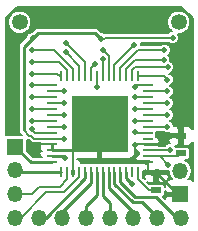
<source format=gbr>
G04 #@! TF.FileFunction,Copper,L1,Top,Signal*
%FSLAX46Y46*%
G04 Gerber Fmt 4.6, Leading zero omitted, Abs format (unit mm)*
G04 Created by KiCad (PCBNEW 4.0.7) date 05/28/18 09:58:20*
%MOMM*%
%LPD*%
G01*
G04 APERTURE LIST*
%ADD10C,0.100000*%
%ADD11C,1.350000*%
%ADD12O,1.350000X1.350000*%
%ADD13R,1.350000X1.350000*%
%ADD14R,0.899160X0.248920*%
%ADD15R,0.248920X0.899160*%
%ADD16R,4.798060X4.798060*%
%ADD17R,0.900000X0.500000*%
%ADD18C,0.500000*%
%ADD19C,0.254000*%
%ADD20C,0.203200*%
%ADD21C,0.202000*%
G04 APERTURE END LIST*
D10*
D11*
X155194000Y-96393000D03*
D12*
X145344400Y-112935000D03*
X141344400Y-112935000D03*
X143344400Y-112935000D03*
X147344400Y-112935000D03*
X149344400Y-112935000D03*
X151344400Y-112935000D03*
X153344400Y-112935000D03*
X155344400Y-112935000D03*
D13*
X155321000Y-110972600D03*
D12*
X155321000Y-108972600D03*
D13*
X141351000Y-106934000D03*
D12*
X141351000Y-108934000D03*
X141351000Y-110934000D03*
D14*
X144452340Y-101754940D03*
X144452340Y-102255320D03*
X144452340Y-102755700D03*
X144452340Y-103256080D03*
X144452340Y-103753920D03*
X144452340Y-104254300D03*
X144452340Y-104754680D03*
X144452340Y-105252520D03*
X144452340Y-105752900D03*
X144452340Y-106253280D03*
X144452340Y-106751120D03*
X144452340Y-107251500D03*
X144452340Y-107751880D03*
X144452340Y-108252260D03*
D15*
X145252440Y-109052360D03*
X145752820Y-109052360D03*
X146253200Y-109052360D03*
X146753580Y-109052360D03*
X147251420Y-109052360D03*
X147751800Y-109052360D03*
X148252180Y-109052360D03*
X148750020Y-109052360D03*
X149250400Y-109052360D03*
X149750780Y-109052360D03*
X150248620Y-109052360D03*
X150749000Y-109052360D03*
X151249380Y-109052360D03*
X151749760Y-109052360D03*
D14*
X152549860Y-108252260D03*
X152549860Y-107751880D03*
X152549860Y-107251500D03*
X152549860Y-106751120D03*
X152549860Y-106253280D03*
X152549860Y-105752900D03*
X152549860Y-105252520D03*
X152549860Y-104754680D03*
X152549860Y-104254300D03*
X152549860Y-103753920D03*
X152549860Y-103256080D03*
X152549860Y-102755700D03*
X152549860Y-102255320D03*
X152549860Y-101754940D03*
D15*
X151749760Y-100954840D03*
X151249380Y-100954840D03*
X150749000Y-100954840D03*
X150248620Y-100954840D03*
X149750780Y-100954840D03*
X149250400Y-100954840D03*
X148750020Y-100954840D03*
X148252180Y-100954840D03*
X147751800Y-100954840D03*
X147251420Y-100954840D03*
X146753580Y-100954840D03*
X146253200Y-100954840D03*
X145752820Y-100954840D03*
X145252440Y-100954840D03*
D16*
X148501100Y-105003600D03*
D17*
X153289000Y-110630400D03*
X153289000Y-109130400D03*
X155371800Y-106006200D03*
X155371800Y-107506200D03*
D11*
X141732000Y-96393000D03*
D18*
X145542000Y-107873800D03*
X154457400Y-107213400D03*
X151257000Y-110109000D03*
X154940000Y-104775000D03*
X148539200Y-107950000D03*
X151485600Y-106832400D03*
X142748000Y-106756200D03*
X154686000Y-97726500D03*
X142849600Y-97739200D03*
X148590000Y-97790000D03*
X145516600Y-106248200D03*
X142773400Y-105460800D03*
X145516600Y-105257600D03*
X142748000Y-104749600D03*
X145491200Y-104241600D03*
X142748000Y-103759000D03*
X145491200Y-103276400D03*
X142748000Y-102768400D03*
X145516600Y-102260400D03*
X142748000Y-101752400D03*
X142748000Y-100761800D03*
X142748000Y-99771200D03*
X142748000Y-98729800D03*
X145643600Y-98958400D03*
X145643600Y-98171000D03*
X148132800Y-99898200D03*
X148259800Y-101904800D03*
X148742400Y-99491800D03*
X148742400Y-98729800D03*
X151434800Y-98298000D03*
X153974800Y-98755200D03*
X153924000Y-99568000D03*
X154254200Y-100203000D03*
X154228800Y-101269800D03*
X151511000Y-101854000D03*
X154228800Y-102260400D03*
X151511000Y-102768400D03*
X154228800Y-103251000D03*
X151511000Y-103759000D03*
X154228800Y-104241600D03*
X151511000Y-104749600D03*
X154228800Y-105257600D03*
X151511000Y-105664000D03*
X154305000Y-108458000D03*
D19*
X144452340Y-107751880D02*
X145420080Y-107751880D01*
D20*
X145420080Y-107751880D02*
X145542000Y-107873800D01*
X152549860Y-107251500D02*
X154419300Y-107251500D01*
X154419300Y-107251500D02*
X154457400Y-107213400D01*
D19*
X150749000Y-109052360D02*
X150749000Y-109601000D01*
X150749000Y-109601000D02*
X151257000Y-110109000D01*
X154940000Y-104775000D02*
X155371800Y-106006200D01*
D20*
X146253200Y-109052360D02*
X146253200Y-107251500D01*
X146253200Y-107251500D02*
X148501100Y-105003600D01*
D19*
X144452340Y-107251500D02*
X146253200Y-107251500D01*
D20*
X146253200Y-107251500D02*
X148501100Y-105003600D01*
X152549860Y-108252260D02*
X151787860Y-108252260D01*
X151485600Y-107950000D02*
X151485600Y-106832400D01*
X151787860Y-108252260D02*
X151485600Y-107950000D01*
D19*
X152549860Y-106751120D02*
X153802080Y-106751120D01*
X154547000Y-106006200D02*
X155371800Y-106006200D01*
X153802080Y-106751120D02*
X154547000Y-106006200D01*
X148501100Y-107911900D02*
X148501100Y-105003600D01*
D20*
X148539200Y-107950000D02*
X148501100Y-107911900D01*
X152549860Y-108252260D02*
X152549860Y-108938060D01*
X152742200Y-109130400D02*
X153289000Y-109130400D01*
X152549860Y-108938060D02*
X152742200Y-109130400D01*
X155321000Y-110972600D02*
X155131200Y-110972600D01*
D19*
X155131200Y-110972600D02*
X153289000Y-109130400D01*
D20*
X151566880Y-106751120D02*
X152549860Y-106751120D01*
X151485600Y-106832400D02*
X151566880Y-106751120D01*
X152529540Y-106730800D02*
X152549860Y-106751120D01*
X142753080Y-106751120D02*
X144452340Y-106751120D01*
X142748000Y-106756200D02*
X142753080Y-106751120D01*
X150248620Y-106751120D02*
X148501100Y-105003600D01*
X146253200Y-107251500D02*
X148501100Y-105003600D01*
X146753580Y-106751120D02*
X148501100Y-105003600D01*
D19*
X144452340Y-107251500D02*
X144452340Y-106751120D01*
D20*
X151749760Y-109052360D02*
X151749760Y-109712760D01*
X152667400Y-110630400D02*
X153289000Y-110630400D01*
X151749760Y-109712760D02*
X152667400Y-110630400D01*
X148907500Y-97790000D02*
X148590000Y-97790000D01*
X148971000Y-97726500D02*
X148907500Y-97790000D01*
X154686000Y-97726500D02*
X148971000Y-97726500D01*
X144452340Y-106253280D02*
X142956280Y-106253280D01*
D19*
X142087600Y-98501200D02*
X142849600Y-97739200D01*
X142087600Y-105562400D02*
X142087600Y-98501200D01*
D20*
X142519400Y-105994200D02*
X142087600Y-105562400D01*
X142697200Y-105994200D02*
X142519400Y-105994200D01*
X142956280Y-106253280D02*
X142697200Y-105994200D01*
D19*
X142849600Y-97739200D02*
X143306800Y-97282000D01*
X143306800Y-97282000D02*
X148082000Y-97282000D01*
X148082000Y-97282000D02*
X148590000Y-97790000D01*
D20*
X145511520Y-106253280D02*
X144452340Y-106253280D01*
X145516600Y-106248200D02*
X145511520Y-106253280D01*
X144452340Y-105752900D02*
X143065500Y-105752900D01*
X143065500Y-105752900D02*
X142773400Y-105460800D01*
X144452340Y-105252520D02*
X145511520Y-105252520D01*
X145511520Y-105252520D02*
X145516600Y-105257600D01*
X142753080Y-104754680D02*
X144452340Y-104754680D01*
X142748000Y-104749600D02*
X142753080Y-104754680D01*
X144452340Y-104254300D02*
X145478500Y-104254300D01*
X145478500Y-104254300D02*
X145491200Y-104241600D01*
X144439640Y-104267000D02*
X144452340Y-104254300D01*
X144452340Y-103753920D02*
X142753080Y-103753920D01*
X142753080Y-103753920D02*
X142748000Y-103759000D01*
X144421860Y-103784400D02*
X144452340Y-103753920D01*
X144452340Y-103256080D02*
X145470880Y-103256080D01*
X145470880Y-103256080D02*
X145491200Y-103276400D01*
X144432020Y-103276400D02*
X144452340Y-103256080D01*
X144452340Y-102755700D02*
X142760700Y-102755700D01*
X142760700Y-102755700D02*
X142748000Y-102768400D01*
X144439640Y-102768400D02*
X144452340Y-102755700D01*
X144452340Y-102255320D02*
X145511520Y-102255320D01*
X145511520Y-102255320D02*
X145516600Y-102260400D01*
X144447260Y-102260400D02*
X144452340Y-102255320D01*
X144447260Y-102260400D02*
X144452340Y-102255320D01*
X144452340Y-101754940D02*
X142750540Y-101754940D01*
X142750540Y-101754940D02*
X142748000Y-101752400D01*
X145100040Y-100954840D02*
X145252440Y-100954840D01*
X144907000Y-100761800D02*
X145100040Y-100954840D01*
X142748000Y-100761800D02*
X144907000Y-100761800D01*
X145752820Y-100954840D02*
X145752820Y-100439220D01*
X145084800Y-99771200D02*
X142748000Y-99771200D01*
X145752820Y-100439220D02*
X145084800Y-99771200D01*
X146253200Y-100954840D02*
X146253200Y-100355400D01*
X144627600Y-98729800D02*
X142748000Y-98729800D01*
X146253200Y-100355400D02*
X144627600Y-98729800D01*
X146753580Y-100954840D02*
X146753580Y-100068380D01*
X146753580Y-100068380D02*
X145643600Y-98958400D01*
X147251420Y-100954840D02*
X147251420Y-99778820D01*
X147251420Y-99778820D02*
X145643600Y-98171000D01*
X147777200Y-100253800D02*
X147777200Y-100929440D01*
X148132800Y-99898200D02*
X147777200Y-100253800D01*
X147777200Y-100929440D02*
X147751800Y-100954840D01*
X148252180Y-100954840D02*
X148252180Y-101897180D01*
X148252180Y-101897180D02*
X148259800Y-101904800D01*
X148750020Y-100954840D02*
X148750020Y-99499420D01*
X148750020Y-99499420D02*
X148742400Y-99491800D01*
X149250400Y-100954840D02*
X149250400Y-99771200D01*
X149301200Y-99288600D02*
X148742400Y-98729800D01*
X149301200Y-99720400D02*
X149301200Y-99288600D01*
X149250400Y-99771200D02*
X149301200Y-99720400D01*
X149750780Y-100954840D02*
X149750780Y-99982020D01*
X149750780Y-99982020D02*
X151434800Y-98298000D01*
X150248620Y-100954840D02*
X150248620Y-100246180D01*
X151739600Y-98755200D02*
X153974800Y-98755200D01*
X150248620Y-100246180D02*
X151739600Y-98755200D01*
X150749000Y-100954840D02*
X150749000Y-100330000D01*
X151511000Y-99568000D02*
X153924000Y-99568000D01*
X150749000Y-100330000D02*
X151511000Y-99568000D01*
X151249380Y-100954840D02*
X151249380Y-100439220D01*
X151485600Y-100203000D02*
X154254200Y-100203000D01*
X151249380Y-100439220D02*
X151485600Y-100203000D01*
X153913840Y-100954840D02*
X151749760Y-100954840D01*
X154228800Y-101269800D02*
X153913840Y-100954840D01*
X152549860Y-101754940D02*
X151610060Y-101754940D01*
X151610060Y-101754940D02*
X151511000Y-101854000D01*
X152549860Y-102255320D02*
X154223720Y-102255320D01*
X154223720Y-102255320D02*
X154228800Y-102260400D01*
X152549860Y-102755700D02*
X151523700Y-102755700D01*
X151523700Y-102755700D02*
X151511000Y-102768400D01*
X152549860Y-103256080D02*
X154223720Y-103256080D01*
X154223720Y-103256080D02*
X154228800Y-103251000D01*
X152549860Y-103753920D02*
X151516080Y-103753920D01*
X151516080Y-103753920D02*
X151511000Y-103759000D01*
X152549860Y-104254300D02*
X154216100Y-104254300D01*
X154216100Y-104254300D02*
X154228800Y-104241600D01*
X152549860Y-104754680D02*
X151516080Y-104754680D01*
X151516080Y-104754680D02*
X151511000Y-104749600D01*
X152549860Y-105252520D02*
X154223720Y-105252520D01*
X154223720Y-105252520D02*
X154228800Y-105257600D01*
X151599900Y-105752900D02*
X152549860Y-105752900D01*
X151511000Y-105664000D02*
X151599900Y-105752900D01*
X152511760Y-105791000D02*
X152549860Y-105752900D01*
D19*
X144452340Y-108252260D02*
X142669260Y-108252260D01*
X142669260Y-108252260D02*
X141351000Y-106934000D01*
X145252440Y-109052360D02*
X141469360Y-109052360D01*
D20*
X141469360Y-109052360D02*
X141351000Y-108934000D01*
X141351000Y-110934000D02*
X142735800Y-110934000D01*
X145752820Y-109694980D02*
X145752820Y-109052360D01*
X145135600Y-110312200D02*
X145752820Y-109694980D01*
X143357600Y-110312200D02*
X145135600Y-110312200D01*
X142735800Y-110934000D02*
X143357600Y-110312200D01*
X141827000Y-112935000D02*
X143992600Y-110769400D01*
X146753580Y-109527002D02*
X146753580Y-109052360D01*
X145511182Y-110769400D02*
X146753580Y-109527002D01*
X143992600Y-110769400D02*
X145511182Y-110769400D01*
X141344400Y-112935000D02*
X141827000Y-112935000D01*
D19*
X147251420Y-109606080D02*
X147251420Y-109052360D01*
X143922500Y-112935000D02*
X147251420Y-109606080D01*
X143344400Y-112935000D02*
X143922500Y-112935000D01*
D20*
X143344400Y-112935000D02*
X143884400Y-112935000D01*
X145344400Y-112935000D02*
X145344400Y-112440200D01*
D19*
X145344400Y-112440200D02*
X147751800Y-110032800D01*
X147751800Y-110032800D02*
X147751800Y-109052360D01*
X147344400Y-112935000D02*
X147344400Y-111938800D01*
X148252180Y-111031020D02*
X148252180Y-109052360D01*
X147344400Y-111938800D02*
X148252180Y-111031020D01*
X149344400Y-112935000D02*
X149344400Y-111727000D01*
X148750020Y-111132620D02*
X148750020Y-109052360D01*
X149344400Y-111727000D02*
X148750020Y-111132620D01*
D20*
X151344400Y-112935000D02*
X151344400Y-112507800D01*
D19*
X151344400Y-112507800D02*
X149250400Y-110413800D01*
X149250400Y-110413800D02*
X149250400Y-109052360D01*
D20*
X153344400Y-112935000D02*
X153344400Y-112882200D01*
D19*
X153344400Y-112882200D02*
X152120600Y-111658400D01*
X152120600Y-111658400D02*
X151333200Y-111658400D01*
X151333200Y-111658400D02*
X149750780Y-110075980D01*
X149750780Y-110075980D02*
X149750780Y-109052360D01*
X155344400Y-112935000D02*
X155035500Y-112935000D01*
X155035500Y-112935000D02*
X153289000Y-111188500D01*
X150248620Y-109926120D02*
X150248620Y-109052360D01*
X151511000Y-111188500D02*
X150248620Y-109926120D01*
X153289000Y-111188500D02*
X151511000Y-111188500D01*
D20*
X155344400Y-112935000D02*
X155099000Y-112935000D01*
X154305000Y-108458000D02*
X153598880Y-107751880D01*
X153598880Y-107751880D02*
X153543000Y-107696000D01*
X153543000Y-107696000D02*
X153543000Y-107751880D01*
X152549860Y-107751880D02*
X153543000Y-107751880D01*
X153543000Y-107751880D02*
X155126120Y-107751880D01*
X155126120Y-107751880D02*
X155371800Y-107506200D01*
D21*
G36*
X154189250Y-110819600D02*
X155168000Y-110819600D01*
X155168000Y-110799600D01*
X155474000Y-110799600D01*
X155474000Y-110819600D01*
X155494000Y-110819600D01*
X155494000Y-111125600D01*
X155474000Y-111125600D01*
X155474000Y-111145600D01*
X155168000Y-111145600D01*
X155168000Y-111125600D01*
X154189250Y-111125600D01*
X154037000Y-111277850D01*
X154037000Y-111328388D01*
X153866822Y-111158210D01*
X153954412Y-111101848D01*
X154023596Y-111000593D01*
X154047936Y-110880400D01*
X154047936Y-110678286D01*
X154189250Y-110819600D01*
X154189250Y-110819600D01*
G37*
X154189250Y-110819600D02*
X155168000Y-110819600D01*
X155168000Y-110799600D01*
X155474000Y-110799600D01*
X155474000Y-110819600D01*
X155494000Y-110819600D01*
X155494000Y-111125600D01*
X155474000Y-111125600D01*
X155474000Y-111145600D01*
X155168000Y-111145600D01*
X155168000Y-111125600D01*
X154189250Y-111125600D01*
X154037000Y-111277850D01*
X154037000Y-111328388D01*
X153866822Y-111158210D01*
X153954412Y-111101848D01*
X154023596Y-111000593D01*
X154047936Y-110880400D01*
X154047936Y-110678286D01*
X154189250Y-110819600D01*
G36*
X153442000Y-109005400D02*
X154181264Y-109005400D01*
X154194519Y-109010904D01*
X154331483Y-109011024D01*
X154398286Y-109346864D01*
X154610290Y-109664150D01*
X154646882Y-109688600D01*
X154524862Y-109688600D01*
X154301029Y-109781315D01*
X154129714Y-109952629D01*
X154037000Y-110176463D01*
X154037000Y-110322281D01*
X154026808Y-110268115D01*
X153960448Y-110164988D01*
X153859193Y-110095804D01*
X153739000Y-110071464D01*
X152839000Y-110071464D01*
X152726715Y-110092592D01*
X152711544Y-110102354D01*
X152514253Y-109905063D01*
X152717863Y-109989400D01*
X152983750Y-109989400D01*
X153136000Y-109837150D01*
X153136000Y-109255400D01*
X153442000Y-109255400D01*
X153442000Y-109837150D01*
X153594250Y-109989400D01*
X153860137Y-109989400D01*
X154083971Y-109896686D01*
X154255285Y-109725371D01*
X154348000Y-109501538D01*
X154348000Y-109407650D01*
X154195750Y-109255400D01*
X153442000Y-109255400D01*
X153136000Y-109255400D01*
X152382250Y-109255400D01*
X152230000Y-109407650D01*
X152230000Y-109501538D01*
X152314339Y-109705149D01*
X152171027Y-109561837D01*
X152183156Y-109501940D01*
X152183156Y-108985720D01*
X152244610Y-108985720D01*
X152303590Y-108926740D01*
X152382250Y-109005400D01*
X153136000Y-109005400D01*
X153136000Y-108979332D01*
X153344411Y-108893005D01*
X153442000Y-108795417D01*
X153442000Y-109005400D01*
X153442000Y-109005400D01*
G37*
X153442000Y-109005400D02*
X154181264Y-109005400D01*
X154194519Y-109010904D01*
X154331483Y-109011024D01*
X154398286Y-109346864D01*
X154610290Y-109664150D01*
X154646882Y-109688600D01*
X154524862Y-109688600D01*
X154301029Y-109781315D01*
X154129714Y-109952629D01*
X154037000Y-110176463D01*
X154037000Y-110322281D01*
X154026808Y-110268115D01*
X153960448Y-110164988D01*
X153859193Y-110095804D01*
X153739000Y-110071464D01*
X152839000Y-110071464D01*
X152726715Y-110092592D01*
X152711544Y-110102354D01*
X152514253Y-109905063D01*
X152717863Y-109989400D01*
X152983750Y-109989400D01*
X153136000Y-109837150D01*
X153136000Y-109255400D01*
X153442000Y-109255400D01*
X153442000Y-109837150D01*
X153594250Y-109989400D01*
X153860137Y-109989400D01*
X154083971Y-109896686D01*
X154255285Y-109725371D01*
X154348000Y-109501538D01*
X154348000Y-109407650D01*
X154195750Y-109255400D01*
X153442000Y-109255400D01*
X153136000Y-109255400D01*
X152382250Y-109255400D01*
X152230000Y-109407650D01*
X152230000Y-109501538D01*
X152314339Y-109705149D01*
X152171027Y-109561837D01*
X152183156Y-109501940D01*
X152183156Y-108985720D01*
X152244610Y-108985720D01*
X152303590Y-108926740D01*
X152382250Y-109005400D01*
X153136000Y-109005400D01*
X153136000Y-108979332D01*
X153344411Y-108893005D01*
X153442000Y-108795417D01*
X153442000Y-109005400D01*
G36*
X156363000Y-96053836D02*
X156363000Y-105471379D01*
X156338085Y-105411229D01*
X156166771Y-105239914D01*
X155942937Y-105147200D01*
X155677050Y-105147200D01*
X155524800Y-105299450D01*
X155524800Y-105881200D01*
X155544800Y-105881200D01*
X155544800Y-106131200D01*
X155524800Y-106131200D01*
X155524800Y-106712950D01*
X155677050Y-106865200D01*
X155942937Y-106865200D01*
X156166771Y-106772486D01*
X156338085Y-106601171D01*
X156363000Y-106541021D01*
X156363000Y-109803344D01*
X156340971Y-109781315D01*
X156117138Y-109688600D01*
X155995118Y-109688600D01*
X156031710Y-109664150D01*
X156243714Y-109346864D01*
X156318160Y-108972600D01*
X156243714Y-108598336D01*
X156031710Y-108281050D01*
X155714424Y-108069046D01*
X155694767Y-108065136D01*
X155821800Y-108065136D01*
X155934085Y-108044008D01*
X156037212Y-107977648D01*
X156106396Y-107876393D01*
X156130736Y-107756200D01*
X156130736Y-107256200D01*
X156109608Y-107143915D01*
X156043248Y-107040788D01*
X155941993Y-106971604D01*
X155821800Y-106947264D01*
X154945782Y-106947264D01*
X154926484Y-106900560D01*
X154891186Y-106865200D01*
X155066550Y-106865200D01*
X155218800Y-106712950D01*
X155218800Y-106131200D01*
X154465050Y-106131200D01*
X154312800Y-106283450D01*
X154312800Y-106377338D01*
X154405515Y-106601171D01*
X154464750Y-106660406D01*
X154347884Y-106660304D01*
X154144560Y-106744316D01*
X154041797Y-106846900D01*
X153489740Y-106846900D01*
X153456190Y-106813350D01*
X152702860Y-106813350D01*
X152702860Y-106818104D01*
X152396860Y-106818104D01*
X152396860Y-106813350D01*
X152376860Y-106813350D01*
X152376860Y-106688890D01*
X152396860Y-106688890D01*
X152396860Y-106686676D01*
X152702860Y-106686676D01*
X152702860Y-106688890D01*
X153456190Y-106688890D01*
X153608440Y-106536640D01*
X153608440Y-106505523D01*
X153515726Y-106281689D01*
X153344411Y-106110375D01*
X153301566Y-106092628D01*
X153287248Y-106016535D01*
X153279400Y-106004338D01*
X153284036Y-105997553D01*
X153308376Y-105877360D01*
X153308376Y-105657120D01*
X153846245Y-105657120D01*
X153915142Y-105726137D01*
X154118319Y-105810504D01*
X154338316Y-105810696D01*
X154378105Y-105794255D01*
X154465050Y-105881200D01*
X155218800Y-105881200D01*
X155218800Y-105299450D01*
X155066550Y-105147200D01*
X154800663Y-105147200D01*
X154781890Y-105154976D01*
X154781896Y-105148084D01*
X154697884Y-104944760D01*
X154542458Y-104789063D01*
X154447439Y-104749607D01*
X154541640Y-104710684D01*
X154697337Y-104555258D01*
X154781704Y-104352081D01*
X154781896Y-104132084D01*
X154697884Y-103928760D01*
X154542458Y-103773063D01*
X154478099Y-103746339D01*
X154541640Y-103720084D01*
X154697337Y-103564658D01*
X154781704Y-103361481D01*
X154781896Y-103141484D01*
X154697884Y-102938160D01*
X154542458Y-102782463D01*
X154478099Y-102755739D01*
X154541640Y-102729484D01*
X154697337Y-102574058D01*
X154781704Y-102370881D01*
X154781896Y-102150884D01*
X154697884Y-101947560D01*
X154542458Y-101791863D01*
X154478099Y-101765139D01*
X154541640Y-101738884D01*
X154697337Y-101583458D01*
X154781704Y-101380281D01*
X154781896Y-101160284D01*
X154697884Y-100956960D01*
X154542458Y-100801263D01*
X154398787Y-100741605D01*
X154567040Y-100672084D01*
X154722737Y-100516658D01*
X154807104Y-100313481D01*
X154807296Y-100093484D01*
X154723284Y-99890160D01*
X154567858Y-99734463D01*
X154470453Y-99694017D01*
X154476904Y-99678481D01*
X154477096Y-99458484D01*
X154393084Y-99255160D01*
X154325016Y-99186973D01*
X154443337Y-99068858D01*
X154527704Y-98865681D01*
X154527896Y-98645684D01*
X154443884Y-98442360D01*
X154288458Y-98286663D01*
X154085281Y-98202296D01*
X153865284Y-98202104D01*
X153661960Y-98286116D01*
X153597364Y-98350600D01*
X151987755Y-98350600D01*
X151987896Y-98188484D01*
X151964185Y-98131100D01*
X154308516Y-98131100D01*
X154372342Y-98195037D01*
X154575519Y-98279404D01*
X154795516Y-98279596D01*
X154998840Y-98195584D01*
X155154537Y-98040158D01*
X155238904Y-97836981D01*
X155239096Y-97616984D01*
X155155084Y-97413660D01*
X155112428Y-97370929D01*
X155387683Y-97371169D01*
X155747269Y-97222591D01*
X156022624Y-96947716D01*
X156171830Y-96588390D01*
X156172169Y-96199317D01*
X156023591Y-95839731D01*
X155748716Y-95564376D01*
X155389390Y-95415170D01*
X155000317Y-95414831D01*
X154640731Y-95563409D01*
X154365376Y-95838284D01*
X154216170Y-96197610D01*
X154215831Y-96586683D01*
X154364409Y-96946269D01*
X154591161Y-97173417D01*
X154576484Y-97173404D01*
X154373160Y-97257416D01*
X154308564Y-97321900D01*
X148971000Y-97321900D01*
X148915178Y-97333003D01*
X148903658Y-97321463D01*
X148700481Y-97237096D01*
X148645160Y-97237048D01*
X148386056Y-96977944D01*
X148246554Y-96884732D01*
X148082000Y-96852000D01*
X143306800Y-96852000D01*
X143142246Y-96884732D01*
X143002744Y-96977944D01*
X142794536Y-97186152D01*
X142740084Y-97186104D01*
X142536760Y-97270116D01*
X142381063Y-97425542D01*
X142296696Y-97628719D01*
X142296648Y-97684040D01*
X141783544Y-98197144D01*
X141690332Y-98336646D01*
X141657600Y-98501200D01*
X141657600Y-105562400D01*
X141690332Y-105726954D01*
X141783544Y-105866456D01*
X141891800Y-105938790D01*
X141903074Y-105950064D01*
X140676000Y-105950064D01*
X140563715Y-105971192D01*
X140563000Y-105971652D01*
X140563000Y-96586683D01*
X140753831Y-96586683D01*
X140902409Y-96946269D01*
X141177284Y-97221624D01*
X141536610Y-97370830D01*
X141925683Y-97371169D01*
X142285269Y-97222591D01*
X142560624Y-96947716D01*
X142709830Y-96588390D01*
X142710169Y-96199317D01*
X142561591Y-95839731D01*
X142286716Y-95564376D01*
X141927390Y-95415170D01*
X141538317Y-95414831D01*
X141178731Y-95563409D01*
X140903376Y-95838284D01*
X140754170Y-96197610D01*
X140753831Y-96586683D01*
X140563000Y-96586683D01*
X140563000Y-96053836D01*
X141519836Y-95097000D01*
X155406164Y-95097000D01*
X156363000Y-96053836D01*
X156363000Y-96053836D01*
G37*
X156363000Y-96053836D02*
X156363000Y-105471379D01*
X156338085Y-105411229D01*
X156166771Y-105239914D01*
X155942937Y-105147200D01*
X155677050Y-105147200D01*
X155524800Y-105299450D01*
X155524800Y-105881200D01*
X155544800Y-105881200D01*
X155544800Y-106131200D01*
X155524800Y-106131200D01*
X155524800Y-106712950D01*
X155677050Y-106865200D01*
X155942937Y-106865200D01*
X156166771Y-106772486D01*
X156338085Y-106601171D01*
X156363000Y-106541021D01*
X156363000Y-109803344D01*
X156340971Y-109781315D01*
X156117138Y-109688600D01*
X155995118Y-109688600D01*
X156031710Y-109664150D01*
X156243714Y-109346864D01*
X156318160Y-108972600D01*
X156243714Y-108598336D01*
X156031710Y-108281050D01*
X155714424Y-108069046D01*
X155694767Y-108065136D01*
X155821800Y-108065136D01*
X155934085Y-108044008D01*
X156037212Y-107977648D01*
X156106396Y-107876393D01*
X156130736Y-107756200D01*
X156130736Y-107256200D01*
X156109608Y-107143915D01*
X156043248Y-107040788D01*
X155941993Y-106971604D01*
X155821800Y-106947264D01*
X154945782Y-106947264D01*
X154926484Y-106900560D01*
X154891186Y-106865200D01*
X155066550Y-106865200D01*
X155218800Y-106712950D01*
X155218800Y-106131200D01*
X154465050Y-106131200D01*
X154312800Y-106283450D01*
X154312800Y-106377338D01*
X154405515Y-106601171D01*
X154464750Y-106660406D01*
X154347884Y-106660304D01*
X154144560Y-106744316D01*
X154041797Y-106846900D01*
X153489740Y-106846900D01*
X153456190Y-106813350D01*
X152702860Y-106813350D01*
X152702860Y-106818104D01*
X152396860Y-106818104D01*
X152396860Y-106813350D01*
X152376860Y-106813350D01*
X152376860Y-106688890D01*
X152396860Y-106688890D01*
X152396860Y-106686676D01*
X152702860Y-106686676D01*
X152702860Y-106688890D01*
X153456190Y-106688890D01*
X153608440Y-106536640D01*
X153608440Y-106505523D01*
X153515726Y-106281689D01*
X153344411Y-106110375D01*
X153301566Y-106092628D01*
X153287248Y-106016535D01*
X153279400Y-106004338D01*
X153284036Y-105997553D01*
X153308376Y-105877360D01*
X153308376Y-105657120D01*
X153846245Y-105657120D01*
X153915142Y-105726137D01*
X154118319Y-105810504D01*
X154338316Y-105810696D01*
X154378105Y-105794255D01*
X154465050Y-105881200D01*
X155218800Y-105881200D01*
X155218800Y-105299450D01*
X155066550Y-105147200D01*
X154800663Y-105147200D01*
X154781890Y-105154976D01*
X154781896Y-105148084D01*
X154697884Y-104944760D01*
X154542458Y-104789063D01*
X154447439Y-104749607D01*
X154541640Y-104710684D01*
X154697337Y-104555258D01*
X154781704Y-104352081D01*
X154781896Y-104132084D01*
X154697884Y-103928760D01*
X154542458Y-103773063D01*
X154478099Y-103746339D01*
X154541640Y-103720084D01*
X154697337Y-103564658D01*
X154781704Y-103361481D01*
X154781896Y-103141484D01*
X154697884Y-102938160D01*
X154542458Y-102782463D01*
X154478099Y-102755739D01*
X154541640Y-102729484D01*
X154697337Y-102574058D01*
X154781704Y-102370881D01*
X154781896Y-102150884D01*
X154697884Y-101947560D01*
X154542458Y-101791863D01*
X154478099Y-101765139D01*
X154541640Y-101738884D01*
X154697337Y-101583458D01*
X154781704Y-101380281D01*
X154781896Y-101160284D01*
X154697884Y-100956960D01*
X154542458Y-100801263D01*
X154398787Y-100741605D01*
X154567040Y-100672084D01*
X154722737Y-100516658D01*
X154807104Y-100313481D01*
X154807296Y-100093484D01*
X154723284Y-99890160D01*
X154567858Y-99734463D01*
X154470453Y-99694017D01*
X154476904Y-99678481D01*
X154477096Y-99458484D01*
X154393084Y-99255160D01*
X154325016Y-99186973D01*
X154443337Y-99068858D01*
X154527704Y-98865681D01*
X154527896Y-98645684D01*
X154443884Y-98442360D01*
X154288458Y-98286663D01*
X154085281Y-98202296D01*
X153865284Y-98202104D01*
X153661960Y-98286116D01*
X153597364Y-98350600D01*
X151987755Y-98350600D01*
X151987896Y-98188484D01*
X151964185Y-98131100D01*
X154308516Y-98131100D01*
X154372342Y-98195037D01*
X154575519Y-98279404D01*
X154795516Y-98279596D01*
X154998840Y-98195584D01*
X155154537Y-98040158D01*
X155238904Y-97836981D01*
X155239096Y-97616984D01*
X155155084Y-97413660D01*
X155112428Y-97370929D01*
X155387683Y-97371169D01*
X155747269Y-97222591D01*
X156022624Y-96947716D01*
X156171830Y-96588390D01*
X156172169Y-96199317D01*
X156023591Y-95839731D01*
X155748716Y-95564376D01*
X155389390Y-95415170D01*
X155000317Y-95414831D01*
X154640731Y-95563409D01*
X154365376Y-95838284D01*
X154216170Y-96197610D01*
X154215831Y-96586683D01*
X154364409Y-96946269D01*
X154591161Y-97173417D01*
X154576484Y-97173404D01*
X154373160Y-97257416D01*
X154308564Y-97321900D01*
X148971000Y-97321900D01*
X148915178Y-97333003D01*
X148903658Y-97321463D01*
X148700481Y-97237096D01*
X148645160Y-97237048D01*
X148386056Y-96977944D01*
X148246554Y-96884732D01*
X148082000Y-96852000D01*
X143306800Y-96852000D01*
X143142246Y-96884732D01*
X143002744Y-96977944D01*
X142794536Y-97186152D01*
X142740084Y-97186104D01*
X142536760Y-97270116D01*
X142381063Y-97425542D01*
X142296696Y-97628719D01*
X142296648Y-97684040D01*
X141783544Y-98197144D01*
X141690332Y-98336646D01*
X141657600Y-98501200D01*
X141657600Y-105562400D01*
X141690332Y-105726954D01*
X141783544Y-105866456D01*
X141891800Y-105938790D01*
X141903074Y-105950064D01*
X140676000Y-105950064D01*
X140563715Y-105971192D01*
X140563000Y-105971652D01*
X140563000Y-96586683D01*
X140753831Y-96586683D01*
X140902409Y-96946269D01*
X141177284Y-97221624D01*
X141536610Y-97370830D01*
X141925683Y-97371169D01*
X142285269Y-97222591D01*
X142560624Y-96947716D01*
X142709830Y-96588390D01*
X142710169Y-96199317D01*
X142561591Y-95839731D01*
X142286716Y-95564376D01*
X141927390Y-95415170D01*
X141538317Y-95414831D01*
X141178731Y-95563409D01*
X140903376Y-95838284D01*
X140754170Y-96197610D01*
X140753831Y-96586683D01*
X140563000Y-96586683D01*
X140563000Y-96053836D01*
X141519836Y-95097000D01*
X155406164Y-95097000D01*
X156363000Y-96053836D01*
G36*
X146315430Y-108899360D02*
X146320184Y-108899360D01*
X146320184Y-109205360D01*
X146315430Y-109205360D01*
X146315430Y-109225360D01*
X146190970Y-109225360D01*
X146190970Y-109205360D01*
X146186216Y-109205360D01*
X146186216Y-108899360D01*
X146190970Y-108899360D01*
X146190970Y-108879360D01*
X146315430Y-108879360D01*
X146315430Y-108899360D01*
X146315430Y-108899360D01*
G37*
X146315430Y-108899360D02*
X146320184Y-108899360D01*
X146320184Y-109205360D01*
X146315430Y-109205360D01*
X146315430Y-109225360D01*
X146190970Y-109225360D01*
X146190970Y-109205360D01*
X146186216Y-109205360D01*
X146186216Y-108899360D01*
X146190970Y-108899360D01*
X146190970Y-108879360D01*
X146315430Y-108879360D01*
X146315430Y-108899360D01*
G36*
X148654100Y-104850600D02*
X148674100Y-104850600D01*
X148674100Y-105156600D01*
X148654100Y-105156600D01*
X148654100Y-107859380D01*
X148806350Y-108011630D01*
X151021268Y-108011630D01*
X151245101Y-107918915D01*
X151416416Y-107747601D01*
X151509130Y-107523767D01*
X151509130Y-107039811D01*
X151583994Y-107220551D01*
X151755309Y-107391865D01*
X151797636Y-107409397D01*
X151812472Y-107488245D01*
X151820320Y-107500442D01*
X151815684Y-107507227D01*
X151798159Y-107593766D01*
X151755309Y-107611515D01*
X151583994Y-107782829D01*
X151491280Y-108006663D01*
X151491280Y-108037780D01*
X151643530Y-108190030D01*
X152396860Y-108190030D01*
X152396860Y-108185276D01*
X152702860Y-108185276D01*
X152702860Y-108190030D01*
X152722860Y-108190030D01*
X152722860Y-108271400D01*
X152717863Y-108271400D01*
X152494029Y-108364114D01*
X152481423Y-108376720D01*
X152396860Y-108376720D01*
X152396860Y-108314490D01*
X151976172Y-108314490D01*
X151874220Y-108293844D01*
X151625300Y-108293844D01*
X151513015Y-108314972D01*
X151500818Y-108322820D01*
X151494033Y-108318184D01*
X151373840Y-108293844D01*
X151124920Y-108293844D01*
X151012635Y-108314972D01*
X151000438Y-108322820D01*
X150993653Y-108318184D01*
X150873460Y-108293844D01*
X150624540Y-108293844D01*
X150512255Y-108314972D01*
X150500058Y-108322820D01*
X150493273Y-108318184D01*
X150373080Y-108293844D01*
X150124160Y-108293844D01*
X150011875Y-108314972D01*
X150000987Y-108321979D01*
X149995433Y-108318184D01*
X149875240Y-108293844D01*
X149626320Y-108293844D01*
X149514035Y-108314972D01*
X149501838Y-108322820D01*
X149495053Y-108318184D01*
X149374860Y-108293844D01*
X149125940Y-108293844D01*
X149013655Y-108314972D01*
X149001458Y-108322820D01*
X148994673Y-108318184D01*
X148874480Y-108293844D01*
X148625560Y-108293844D01*
X148513275Y-108314972D01*
X148502387Y-108321979D01*
X148496833Y-108318184D01*
X148376640Y-108293844D01*
X148127720Y-108293844D01*
X148015435Y-108314972D01*
X148003238Y-108322820D01*
X147996453Y-108318184D01*
X147876260Y-108293844D01*
X147627340Y-108293844D01*
X147515055Y-108314972D01*
X147502858Y-108322820D01*
X147496073Y-108318184D01*
X147375880Y-108293844D01*
X147126960Y-108293844D01*
X147014675Y-108314972D01*
X147003787Y-108321979D01*
X146998233Y-108318184D01*
X146911694Y-108300659D01*
X146893945Y-108257809D01*
X146722631Y-108086494D01*
X146541891Y-108011630D01*
X148195850Y-108011630D01*
X148348100Y-107859380D01*
X148348100Y-105156600D01*
X148328100Y-105156600D01*
X148328100Y-104850600D01*
X148348100Y-104850600D01*
X148348100Y-104830600D01*
X148654100Y-104830600D01*
X148654100Y-104850600D01*
X148654100Y-104850600D01*
G37*
X148654100Y-104850600D02*
X148674100Y-104850600D01*
X148674100Y-105156600D01*
X148654100Y-105156600D01*
X148654100Y-107859380D01*
X148806350Y-108011630D01*
X151021268Y-108011630D01*
X151245101Y-107918915D01*
X151416416Y-107747601D01*
X151509130Y-107523767D01*
X151509130Y-107039811D01*
X151583994Y-107220551D01*
X151755309Y-107391865D01*
X151797636Y-107409397D01*
X151812472Y-107488245D01*
X151820320Y-107500442D01*
X151815684Y-107507227D01*
X151798159Y-107593766D01*
X151755309Y-107611515D01*
X151583994Y-107782829D01*
X151491280Y-108006663D01*
X151491280Y-108037780D01*
X151643530Y-108190030D01*
X152396860Y-108190030D01*
X152396860Y-108185276D01*
X152702860Y-108185276D01*
X152702860Y-108190030D01*
X152722860Y-108190030D01*
X152722860Y-108271400D01*
X152717863Y-108271400D01*
X152494029Y-108364114D01*
X152481423Y-108376720D01*
X152396860Y-108376720D01*
X152396860Y-108314490D01*
X151976172Y-108314490D01*
X151874220Y-108293844D01*
X151625300Y-108293844D01*
X151513015Y-108314972D01*
X151500818Y-108322820D01*
X151494033Y-108318184D01*
X151373840Y-108293844D01*
X151124920Y-108293844D01*
X151012635Y-108314972D01*
X151000438Y-108322820D01*
X150993653Y-108318184D01*
X150873460Y-108293844D01*
X150624540Y-108293844D01*
X150512255Y-108314972D01*
X150500058Y-108322820D01*
X150493273Y-108318184D01*
X150373080Y-108293844D01*
X150124160Y-108293844D01*
X150011875Y-108314972D01*
X150000987Y-108321979D01*
X149995433Y-108318184D01*
X149875240Y-108293844D01*
X149626320Y-108293844D01*
X149514035Y-108314972D01*
X149501838Y-108322820D01*
X149495053Y-108318184D01*
X149374860Y-108293844D01*
X149125940Y-108293844D01*
X149013655Y-108314972D01*
X149001458Y-108322820D01*
X148994673Y-108318184D01*
X148874480Y-108293844D01*
X148625560Y-108293844D01*
X148513275Y-108314972D01*
X148502387Y-108321979D01*
X148496833Y-108318184D01*
X148376640Y-108293844D01*
X148127720Y-108293844D01*
X148015435Y-108314972D01*
X148003238Y-108322820D01*
X147996453Y-108318184D01*
X147876260Y-108293844D01*
X147627340Y-108293844D01*
X147515055Y-108314972D01*
X147502858Y-108322820D01*
X147496073Y-108318184D01*
X147375880Y-108293844D01*
X147126960Y-108293844D01*
X147014675Y-108314972D01*
X147003787Y-108321979D01*
X146998233Y-108318184D01*
X146911694Y-108300659D01*
X146893945Y-108257809D01*
X146722631Y-108086494D01*
X146541891Y-108011630D01*
X148195850Y-108011630D01*
X148348100Y-107859380D01*
X148348100Y-105156600D01*
X148328100Y-105156600D01*
X148328100Y-104850600D01*
X148348100Y-104850600D01*
X148348100Y-104830600D01*
X148654100Y-104830600D01*
X148654100Y-104850600D01*
G36*
X142349172Y-106357716D02*
X142364566Y-106368002D01*
X142519400Y-106398800D01*
X142529610Y-106398800D01*
X142670184Y-106539375D01*
X142759700Y-106599188D01*
X142801446Y-106627082D01*
X142956280Y-106657880D01*
X143515000Y-106657880D01*
X143546010Y-106688890D01*
X143579654Y-106688890D01*
X143486474Y-106782069D01*
X143422258Y-106937102D01*
X143393760Y-106965600D01*
X143393760Y-106996717D01*
X143395662Y-107001310D01*
X143393760Y-107005903D01*
X143393760Y-107037020D01*
X143422258Y-107065518D01*
X143486474Y-107220551D01*
X143579654Y-107313730D01*
X143546010Y-107313730D01*
X143393760Y-107465980D01*
X143393760Y-107497097D01*
X143486474Y-107720931D01*
X143587804Y-107822260D01*
X142847372Y-107822260D01*
X142334936Y-107309824D01*
X142334936Y-106348204D01*
X142349172Y-106357716D01*
X142349172Y-106357716D01*
G37*
X142349172Y-106357716D02*
X142364566Y-106368002D01*
X142519400Y-106398800D01*
X142529610Y-106398800D01*
X142670184Y-106539375D01*
X142759700Y-106599188D01*
X142801446Y-106627082D01*
X142956280Y-106657880D01*
X143515000Y-106657880D01*
X143546010Y-106688890D01*
X143579654Y-106688890D01*
X143486474Y-106782069D01*
X143422258Y-106937102D01*
X143393760Y-106965600D01*
X143393760Y-106996717D01*
X143395662Y-107001310D01*
X143393760Y-107005903D01*
X143393760Y-107037020D01*
X143422258Y-107065518D01*
X143486474Y-107220551D01*
X143579654Y-107313730D01*
X143546010Y-107313730D01*
X143393760Y-107465980D01*
X143393760Y-107497097D01*
X143486474Y-107720931D01*
X143587804Y-107822260D01*
X142847372Y-107822260D01*
X142334936Y-107309824D01*
X142334936Y-106348204D01*
X142349172Y-106357716D01*
M02*

</source>
